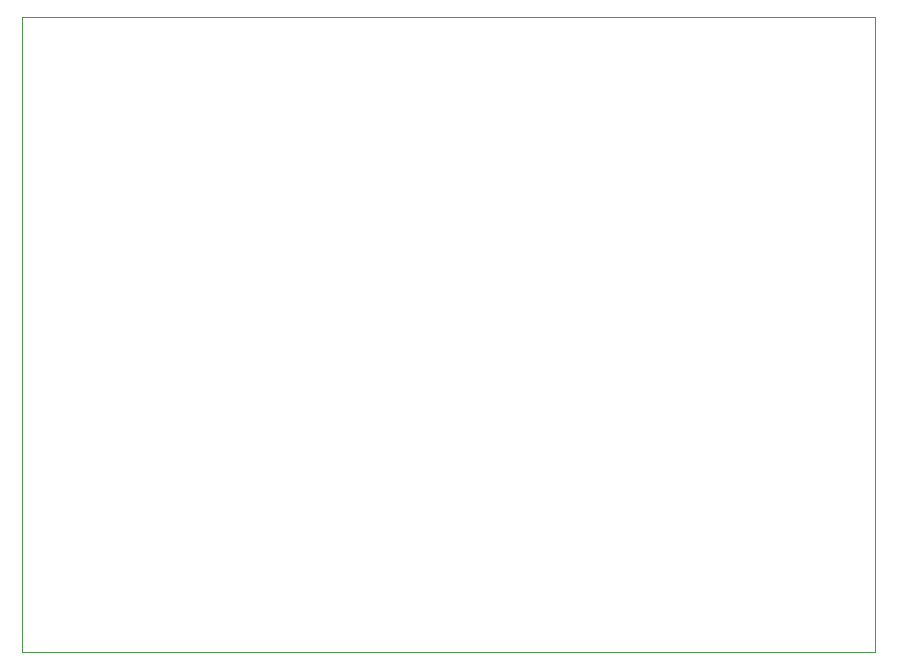
<source format=gbr>
%TF.GenerationSoftware,KiCad,Pcbnew,7.0.10*%
%TF.CreationDate,2024-04-03T15:56:11+05:30*%
%TF.ProjectId,power converter,706f7765-7220-4636-9f6e-766572746572,rev?*%
%TF.SameCoordinates,Original*%
%TF.FileFunction,Profile,NP*%
%FSLAX46Y46*%
G04 Gerber Fmt 4.6, Leading zero omitted, Abs format (unit mm)*
G04 Created by KiCad (PCBNEW 7.0.10) date 2024-04-03 15:56:11*
%MOMM*%
%LPD*%
G01*
G04 APERTURE LIST*
%TA.AperFunction,Profile*%
%ADD10C,0.100000*%
%TD*%
G04 APERTURE END LIST*
D10*
X124750000Y-61750000D02*
X197000000Y-61750000D01*
X197000000Y-115500000D01*
X124750000Y-115500000D01*
X124750000Y-61750000D01*
M02*

</source>
